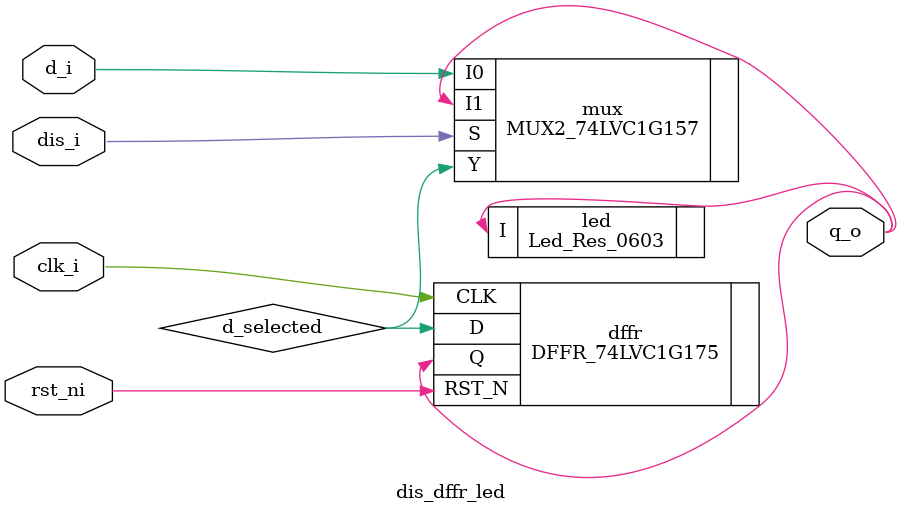
<source format=v>

module dis_dffr_led (
  `ifdef PWR_PINS
  input  VDD,
  input  GND,
  `endif
  input  dis_i,
  input  clk_i,
  input  rst_ni,
  input  d_i,
  output q_o
);
  wire d_selected;

  MUX2_74LVC1G157 mux (
  `ifdef PWR_PINS
    .VDD ( VDD ),
    .GND ( GND ),
  `endif
    .I0 ( d_i        ),
    .I1 ( q_o        ),
    .S  ( dis_i      ),
    .Y  ( d_selected )
  );

  DFFR_74LVC1G175 dffr (
  `ifdef PWR_PINS
    .VDD ( VDD ),
    .GND ( GND ),
  `endif
    .CLK   ( clk_i      ),
    .D     ( d_selected ),
    .RST_N ( rst_ni     ),
    .Q     ( q_o        )
  );

  Led_Res_0603 led (
  `ifdef PWR_PINS
    .GND ( GND ),
  `endif
    .I   ( q_o )
  );
endmodule

</source>
